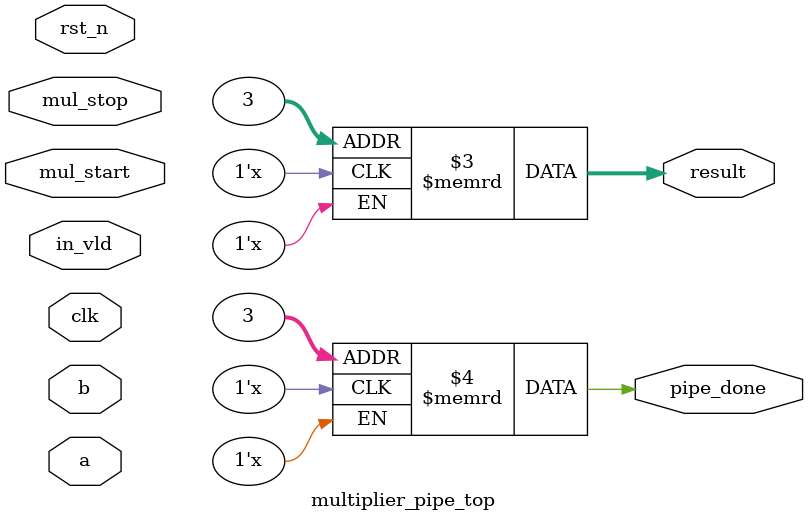
<source format=sv>
module multiplier_pipe_top 
#(
    parameter DW = 4 ,
    parameter RW = DW + DW  
)(
    input  logic              clk      ,
    input  logic              rst_n    ,
    input  logic[DW-1:0]      a        ,    
    input  logic[DW-1:0]      b        ,
    input  logic              in_vld   ,
    input  logic              mul_start, //pulse            
    input  logic              mul_stop , //pulse

    output logic[RW-1:0]      result   ,
    output logic              pipe_done
);

    logic          done   [DW-1:0]  ;
    logic [RW-1:0] acc_out[DW-1:0]  ;
    logic [RW-1:0] a_shift[DW-1:0]  ;
    logic [DW-1:0] b_shift[DW-1:0]  ;
    logic          pipe_en          ;

    always_ff @(posedge clk, negedge rst_n) begin
        if (!rst_n) begin
            pipe_en <= 1'b0 ;
        end
        else if (mul_start) begin
            pipe_en <= 1'b1 ;
        end
        else if (mul_stop) begin
            pipe_en <= 1'b0 ;
        end
    end

    genvar gi ;

    generate 
        for (gi=0; gi<DW; gi++ ) begin:MUL_PIPE_LEVEL
            multiplier_pipe_cell #(.DW(DW),.RW(RW))
            U_MUL (
                    .clk      (clk     ) ,
                    .rst_n    (rst_n   ) ,
                    .pipe_en  (pipe_en ) ,
                    .a        (gi? a_shift[gi-1] : RW'(a)) ,
                    .b        (gi? b_shift[gi-1] :     b ) ,
                    .acc_in   (gi? acc_out[gi-1] :   'd0 ) ,
                    .in_vld   (in_vld  ) ,
                    .done     (done[gi]) ,
                    .a_shift  (a_shift[gi]),
                    .b_shift  (b_shift[gi]),
                    .acc_out  (acc_out[gi])
                    );
        end   
    endgenerate

    assign result    = acc_out[3] ;
    assign pipe_done = done[3]    ; 

endmodule


</source>
